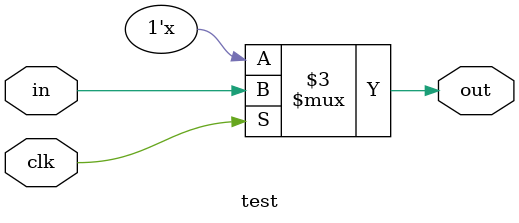
<source format=v>
module test(in, out, clk);
input in;
output reg out;
input clk;

always @(clk)
    if(clk)
        out = in;
        
endmodule

</source>
